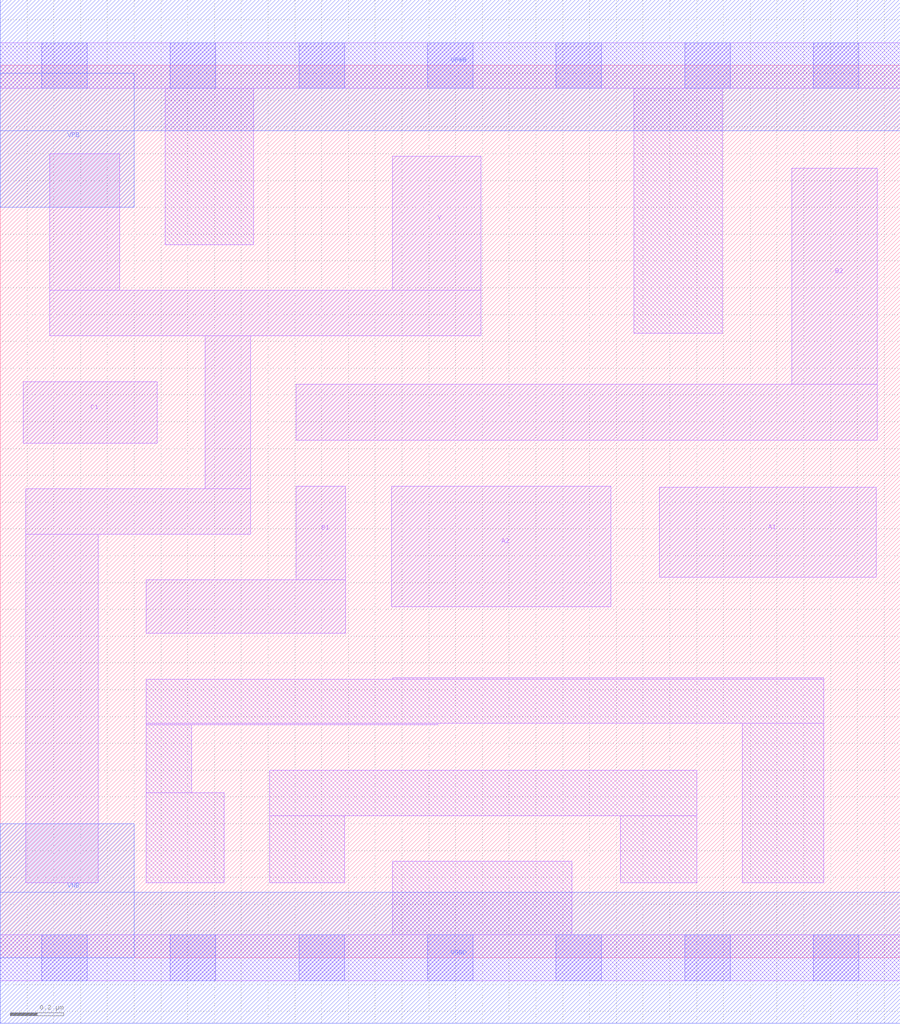
<source format=lef>
# Copyright 2020 The SkyWater PDK Authors
#
# Licensed under the Apache License, Version 2.0 (the "License");
# you may not use this file except in compliance with the License.
# You may obtain a copy of the License at
#
#     https://www.apache.org/licenses/LICENSE-2.0
#
# Unless required by applicable law or agreed to in writing, software
# distributed under the License is distributed on an "AS IS" BASIS,
# WITHOUT WARRANTIES OR CONDITIONS OF ANY KIND, either express or implied.
# See the License for the specific language governing permissions and
# limitations under the License.
#
# SPDX-License-Identifier: Apache-2.0

VERSION 5.5 ;
NAMESCASESENSITIVE ON ;
BUSBITCHARS "[]" ;
DIVIDERCHAR "/" ;
MACRO sky130_fd_sc_lp__o221ai_0
  CLASS CORE ;
  SOURCE USER ;
  ORIGIN  0.000000  0.000000 ;
  SIZE  3.360000 BY  3.330000 ;
  SYMMETRY X Y R90 ;
  SITE unit ;
  PIN A1
    ANTENNAGATEAREA  0.159000 ;
    DIRECTION INPUT ;
    USE SIGNAL ;
    PORT
      LAYER li1 ;
        RECT 2.460000 1.420000 3.270000 1.755000 ;
    END
  END A1
  PIN A2
    ANTENNAGATEAREA  0.159000 ;
    DIRECTION INPUT ;
    USE SIGNAL ;
    PORT
      LAYER li1 ;
        RECT 1.460000 1.310000 2.280000 1.760000 ;
    END
  END A2
  PIN B1
    ANTENNAGATEAREA  0.159000 ;
    DIRECTION INPUT ;
    USE SIGNAL ;
    PORT
      LAYER li1 ;
        RECT 0.545000 1.210000 1.290000 1.410000 ;
        RECT 1.105000 1.410000 1.290000 1.760000 ;
    END
  END B1
  PIN B2
    ANTENNAGATEAREA  0.159000 ;
    DIRECTION INPUT ;
    USE SIGNAL ;
    PORT
      LAYER li1 ;
        RECT 1.105000 1.930000 3.275000 2.140000 ;
        RECT 2.955000 2.140000 3.275000 2.945000 ;
    END
  END B2
  PIN C1
    ANTENNAGATEAREA  0.159000 ;
    DIRECTION INPUT ;
    USE SIGNAL ;
    PORT
      LAYER li1 ;
        RECT 0.085000 1.920000 0.585000 2.150000 ;
    END
  END C1
  PIN Y
    ANTENNADIFFAREA  0.530500 ;
    DIRECTION OUTPUT ;
    USE SIGNAL ;
    PORT
      LAYER li1 ;
        RECT 0.095000 0.280000 0.365000 1.580000 ;
        RECT 0.095000 1.580000 0.935000 1.750000 ;
        RECT 0.185000 2.320000 1.795000 2.490000 ;
        RECT 0.185000 2.490000 0.445000 3.000000 ;
        RECT 0.765000 1.750000 0.935000 2.320000 ;
        RECT 1.465000 2.490000 1.795000 2.990000 ;
    END
  END Y
  PIN VGND
    DIRECTION INOUT ;
    USE GROUND ;
    PORT
      LAYER met1 ;
        RECT 0.000000 -0.245000 3.360000 0.245000 ;
    END
  END VGND
  PIN VNB
    DIRECTION INOUT ;
    USE GROUND ;
    PORT
      LAYER met1 ;
        RECT 0.000000 0.000000 0.500000 0.500000 ;
    END
  END VNB
  PIN VPB
    DIRECTION INOUT ;
    USE POWER ;
    PORT
      LAYER met1 ;
        RECT 0.000000 2.800000 0.500000 3.300000 ;
    END
  END VPB
  PIN VPWR
    DIRECTION INOUT ;
    USE POWER ;
    PORT
      LAYER met1 ;
        RECT 0.000000 3.085000 3.360000 3.575000 ;
    END
  END VPWR
  OBS
    LAYER li1 ;
      RECT 0.000000 -0.085000 3.360000 0.085000 ;
      RECT 0.000000  3.245000 3.360000 3.415000 ;
      RECT 0.545000  0.280000 0.835000 0.615000 ;
      RECT 0.545000  0.615000 0.715000 0.870000 ;
      RECT 0.545000  0.870000 1.635000 0.875000 ;
      RECT 0.545000  0.875000 3.075000 1.040000 ;
      RECT 0.615000  2.660000 0.945000 3.245000 ;
      RECT 1.005000  0.280000 1.285000 0.530000 ;
      RECT 1.005000  0.530000 2.600000 0.700000 ;
      RECT 1.465000  0.085000 2.135000 0.360000 ;
      RECT 1.465000  1.040000 3.075000 1.045000 ;
      RECT 2.315000  0.280000 2.600000 0.530000 ;
      RECT 2.365000  2.330000 2.695000 3.245000 ;
      RECT 2.770000  0.280000 3.075000 0.875000 ;
    LAYER mcon ;
      RECT 0.155000 -0.085000 0.325000 0.085000 ;
      RECT 0.155000  3.245000 0.325000 3.415000 ;
      RECT 0.635000 -0.085000 0.805000 0.085000 ;
      RECT 0.635000  3.245000 0.805000 3.415000 ;
      RECT 1.115000 -0.085000 1.285000 0.085000 ;
      RECT 1.115000  3.245000 1.285000 3.415000 ;
      RECT 1.595000 -0.085000 1.765000 0.085000 ;
      RECT 1.595000  3.245000 1.765000 3.415000 ;
      RECT 2.075000 -0.085000 2.245000 0.085000 ;
      RECT 2.075000  3.245000 2.245000 3.415000 ;
      RECT 2.555000 -0.085000 2.725000 0.085000 ;
      RECT 2.555000  3.245000 2.725000 3.415000 ;
      RECT 3.035000 -0.085000 3.205000 0.085000 ;
      RECT 3.035000  3.245000 3.205000 3.415000 ;
  END
END sky130_fd_sc_lp__o221ai_0

</source>
